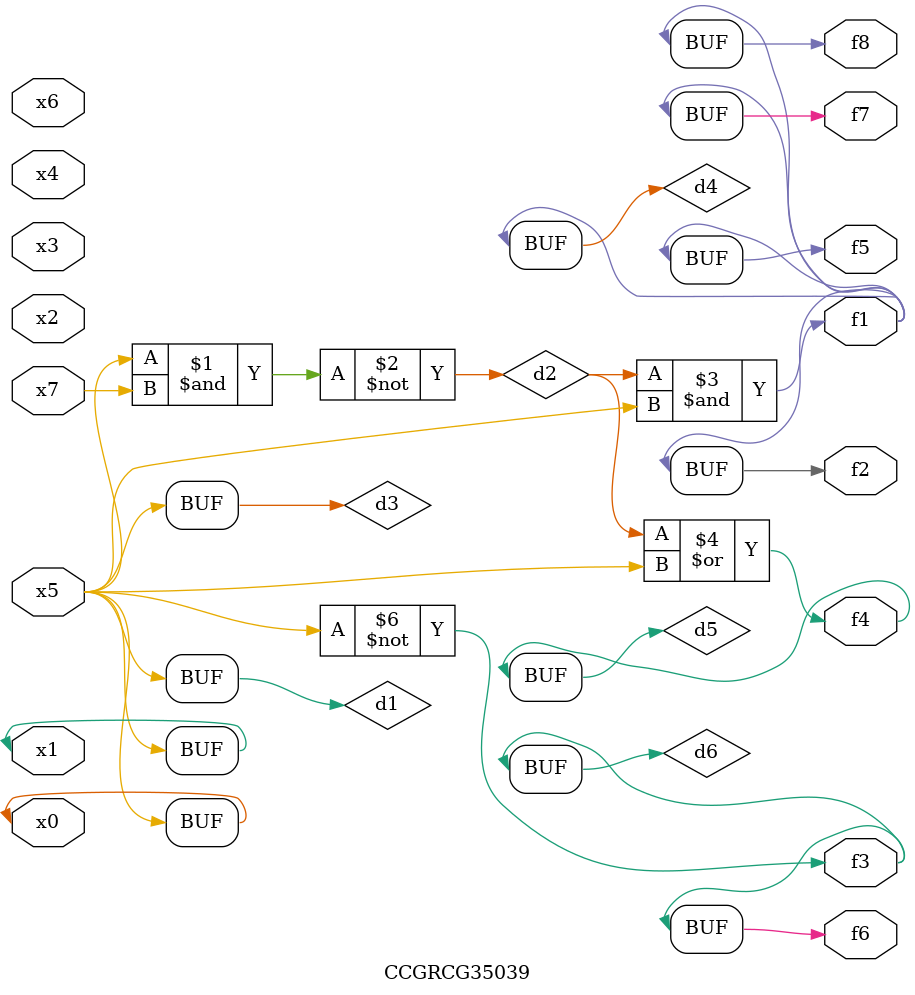
<source format=v>
module CCGRCG35039(
	input x0, x1, x2, x3, x4, x5, x6, x7,
	output f1, f2, f3, f4, f5, f6, f7, f8
);

	wire d1, d2, d3, d4, d5, d6;

	buf (d1, x0, x5);
	nand (d2, x5, x7);
	buf (d3, x0, x1);
	and (d4, d2, d3);
	or (d5, d2, d3);
	nor (d6, d1, d3);
	assign f1 = d4;
	assign f2 = d4;
	assign f3 = d6;
	assign f4 = d5;
	assign f5 = d4;
	assign f6 = d6;
	assign f7 = d4;
	assign f8 = d4;
endmodule

</source>
